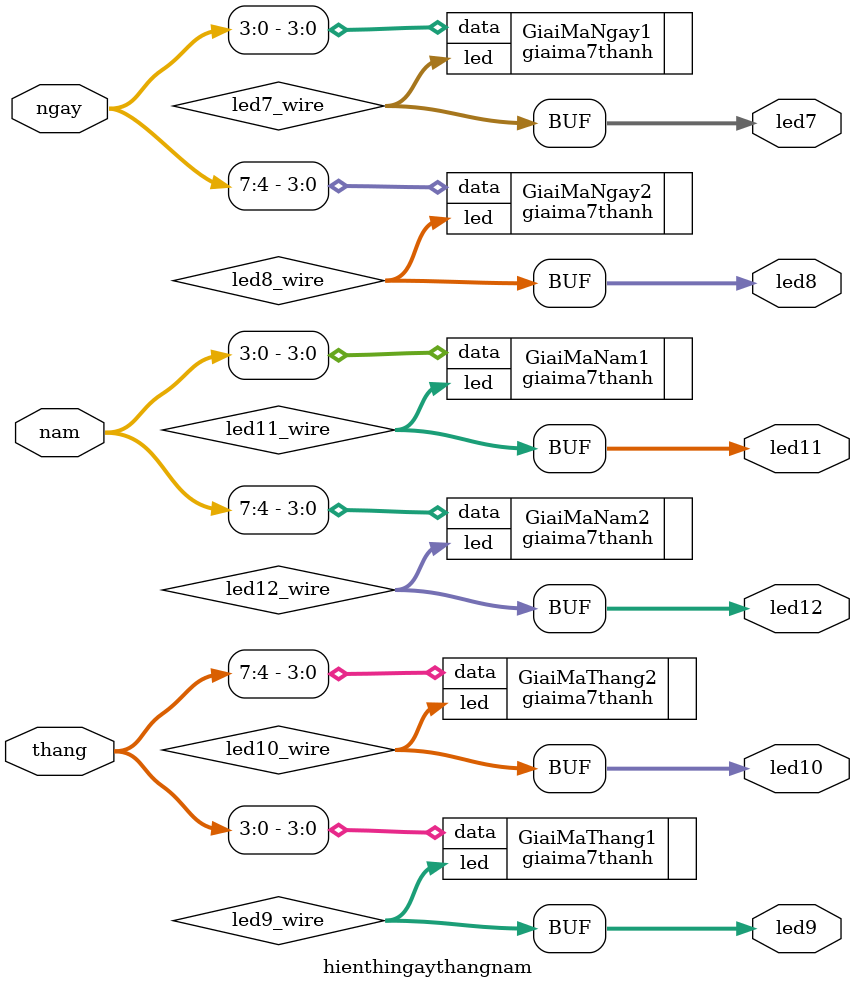
<source format=v>

module hienthingaythangnam
(
    input wire [7:0] ngay,   
    input wire [7:0] thang,  
    input wire [7:0] nam,    
    output wire [6:0] led7,   // LED 7 doan thu nhat cho ngay
    output wire [6:0] led8,   // LED 7 doan thu hai cho ngay
    output wire [6:0] led9,   // LED 7 doan thu nhat cho thang
    output wire [6:0] led10,   // LED 7 doan thu nhat cho thang
    output wire [6:0] led11,   // LED 7 doan thu nhat cho nam
    output wire [6:0] led12    // LED 7 doan thu hai cho nam
);

wire [6:0] led7_wire;
wire [6:0] led8_wire;
giaima7thanh GiaiMaNgay1(.data(ngay[3:0]), .led(led7_wire));  // LED thu nhat cho ngay
giaima7thanh GiaiMaNgay2(.data(ngay[7:4]), .led(led8_wire));    // LED thu hai cho ngay

wire [6:0] led9_wire;
wire [6:0] led10_wire;
giaima7thanh GiaiMaThang1(.data(thang[3:0]), .led(led9_wire));  // LED thu nhat cho thang
giaima7thanh GiaiMaThang2(.data(thang[7:4]), .led(led10_wire));    // LED thu hai cho thang

wire [6:0] led11_wire;
wire [6:0] led12_wire;
giaima7thanh GiaiMaNam1(.data(nam[3:0]), .led(led11_wire));  // LED thu nhat cho nam
giaima7thanh GiaiMaNam2(.data(nam[7:4]), .led(led12_wire));  // LED thu hai cho nam

assign led7 = led7_wire;
assign led8 = led8_wire;
assign led9 = led9_wire;
assign led10 = led10_wire;
assign led11 = led11_wire;
assign led12 = led12_wire;

endmodule
</source>
